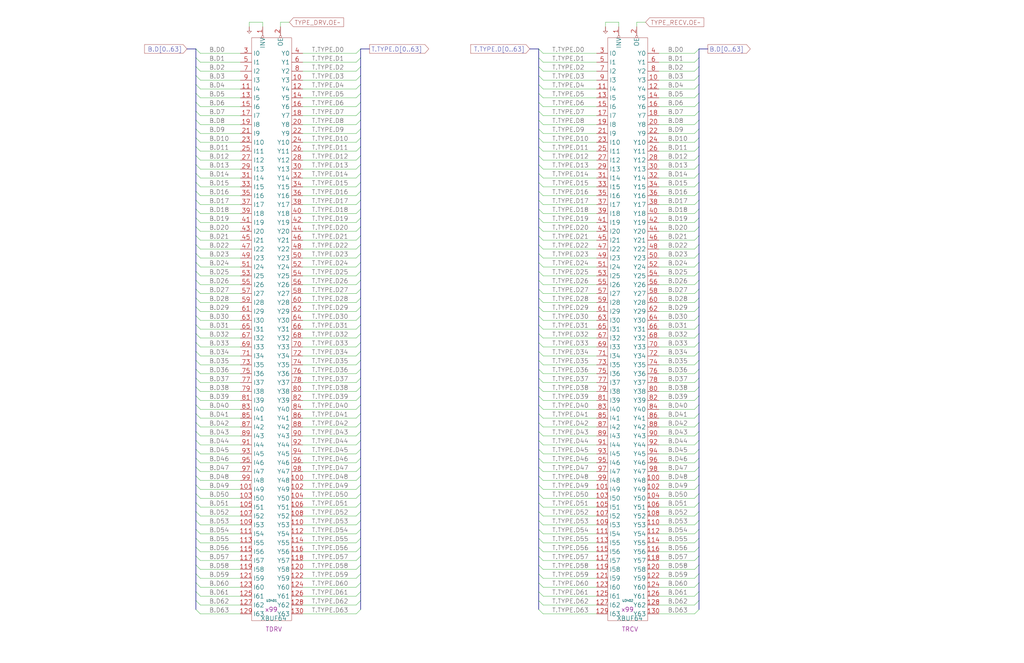
<source format=kicad_sch>
(kicad_sch (version 20230121) (generator eeschema)
  (paper "User" 584.2 378.46)
  (title_block (title "TYPE DRIVER AND RECEIVER") (date "15-MAR-90") (rev "1.0") (comment 1 "TYPE") (comment 2 "232-003062") (comment 3 "S400") (comment 4 "RELEASED"))
  (bus_entry (at 307.34 78.74) (size 2.54 2.54))
  (bus_entry (at 398.78 165.1) (size -2.54 2.54))
  (bus_entry (at 398.78 347.98) (size -2.54 2.54))
  (bus_entry (at 111.76 144.78) (size 2.54 2.54))
  (bus_entry (at 307.34 27.94) (size 2.54 2.54))
  (bus_entry (at 111.76 266.7) (size 2.54 2.54))
  (bus_entry (at 307.34 276.86) (size 2.54 2.54))
  (bus_entry (at 111.76 73.66) (size 2.54 2.54))
  (bus_entry (at 205.74 327.66) (size -2.54 2.54))
  (bus_entry (at 398.78 78.74) (size -2.54 2.54))
  (bus_entry (at 398.78 337.82) (size -2.54 2.54))
  (bus_entry (at 398.78 297.18) (size -2.54 2.54))
  (bus_entry (at 111.76 139.7) (size 2.54 2.54))
  (bus_entry (at 111.76 281.94) (size 2.54 2.54))
  (bus_entry (at 307.34 38.1) (size 2.54 2.54))
  (bus_entry (at 111.76 134.62) (size 2.54 2.54))
  (bus_entry (at 205.74 312.42) (size -2.54 2.54))
  (bus_entry (at 398.78 83.82) (size -2.54 2.54))
  (bus_entry (at 111.76 200.66) (size 2.54 2.54))
  (bus_entry (at 111.76 302.26) (size 2.54 2.54))
  (bus_entry (at 111.76 241.3) (size 2.54 2.54))
  (bus_entry (at 205.74 210.82) (size -2.54 2.54))
  (bus_entry (at 111.76 33.02) (size 2.54 2.54))
  (bus_entry (at 307.34 190.5) (size 2.54 2.54))
  (bus_entry (at 205.74 297.18) (size -2.54 2.54))
  (bus_entry (at 307.34 327.66) (size 2.54 2.54))
  (bus_entry (at 205.74 93.98) (size -2.54 2.54))
  (bus_entry (at 205.74 160.02) (size -2.54 2.54))
  (bus_entry (at 205.74 99.06) (size -2.54 2.54))
  (bus_entry (at 307.34 317.5) (size 2.54 2.54))
  (bus_entry (at 111.76 99.06) (size 2.54 2.54))
  (bus_entry (at 205.74 124.46) (size -2.54 2.54))
  (bus_entry (at 307.34 88.9) (size 2.54 2.54))
  (bus_entry (at 111.76 160.02) (size 2.54 2.54))
  (bus_entry (at 307.34 287.02) (size 2.54 2.54))
  (bus_entry (at 111.76 226.06) (size 2.54 2.54))
  (bus_entry (at 205.74 200.66) (size -2.54 2.54))
  (bus_entry (at 111.76 180.34) (size 2.54 2.54))
  (bus_entry (at 307.34 337.82) (size 2.54 2.54))
  (bus_entry (at 205.74 48.26) (size -2.54 2.54))
  (bus_entry (at 398.78 109.22) (size -2.54 2.54))
  (bus_entry (at 307.34 251.46) (size 2.54 2.54))
  (bus_entry (at 205.74 129.54) (size -2.54 2.54))
  (bus_entry (at 398.78 281.94) (size -2.54 2.54))
  (bus_entry (at 398.78 256.54) (size -2.54 2.54))
  (bus_entry (at 111.76 58.42) (size 2.54 2.54))
  (bus_entry (at 205.74 38.1) (size -2.54 2.54))
  (bus_entry (at 398.78 27.94) (size -2.54 2.54))
  (bus_entry (at 205.74 83.82) (size -2.54 2.54))
  (bus_entry (at 307.34 180.34) (size 2.54 2.54))
  (bus_entry (at 205.74 154.94) (size -2.54 2.54))
  (bus_entry (at 111.76 337.82) (size 2.54 2.54))
  (bus_entry (at 111.76 292.1) (size 2.54 2.54))
  (bus_entry (at 205.74 266.7) (size -2.54 2.54))
  (bus_entry (at 398.78 220.98) (size -2.54 2.54))
  (bus_entry (at 205.74 231.14) (size -2.54 2.54))
  (bus_entry (at 398.78 307.34) (size -2.54 2.54))
  (bus_entry (at 205.74 205.74) (size -2.54 2.54))
  (bus_entry (at 307.34 292.1) (size 2.54 2.54))
  (bus_entry (at 398.78 88.9) (size -2.54 2.54))
  (bus_entry (at 398.78 205.74) (size -2.54 2.54))
  (bus_entry (at 398.78 246.38) (size -2.54 2.54))
  (bus_entry (at 111.76 27.94) (size 2.54 2.54))
  (bus_entry (at 205.74 261.62) (size -2.54 2.54))
  (bus_entry (at 205.74 149.86) (size -2.54 2.54))
  (bus_entry (at 398.78 251.46) (size -2.54 2.54))
  (bus_entry (at 205.74 58.42) (size -2.54 2.54))
  (bus_entry (at 205.74 220.98) (size -2.54 2.54))
  (bus_entry (at 398.78 200.66) (size -2.54 2.54))
  (bus_entry (at 398.78 276.86) (size -2.54 2.54))
  (bus_entry (at 205.74 114.3) (size -2.54 2.54))
  (bus_entry (at 307.34 261.62) (size 2.54 2.54))
  (bus_entry (at 307.34 68.58) (size 2.54 2.54))
  (bus_entry (at 205.74 251.46) (size -2.54 2.54))
  (bus_entry (at 398.78 317.5) (size -2.54 2.54))
  (bus_entry (at 205.74 271.78) (size -2.54 2.54))
  (bus_entry (at 307.34 33.02) (size 2.54 2.54))
  (bus_entry (at 307.34 307.34) (size 2.54 2.54))
  (bus_entry (at 307.34 226.06) (size 2.54 2.54))
  (bus_entry (at 307.34 48.26) (size 2.54 2.54))
  (bus_entry (at 307.34 256.54) (size 2.54 2.54))
  (bus_entry (at 205.74 317.5) (size -2.54 2.54))
  (bus_entry (at 205.74 119.38) (size -2.54 2.54))
  (bus_entry (at 205.74 241.3) (size -2.54 2.54))
  (bus_entry (at 398.78 119.38) (size -2.54 2.54))
  (bus_entry (at 398.78 38.1) (size -2.54 2.54))
  (bus_entry (at 398.78 292.1) (size -2.54 2.54))
  (bus_entry (at 205.74 190.5) (size -2.54 2.54))
  (bus_entry (at 111.76 231.14) (size 2.54 2.54))
  (bus_entry (at 307.34 312.42) (size 2.54 2.54))
  (bus_entry (at 111.76 327.66) (size 2.54 2.54))
  (bus_entry (at 205.74 180.34) (size -2.54 2.54))
  (bus_entry (at 111.76 307.34) (size 2.54 2.54))
  (bus_entry (at 111.76 88.9) (size 2.54 2.54))
  (bus_entry (at 205.74 302.26) (size -2.54 2.54))
  (bus_entry (at 111.76 251.46) (size 2.54 2.54))
  (bus_entry (at 111.76 261.62) (size 2.54 2.54))
  (bus_entry (at 111.76 322.58) (size 2.54 2.54))
  (bus_entry (at 398.78 63.5) (size -2.54 2.54))
  (bus_entry (at 398.78 322.58) (size -2.54 2.54))
  (bus_entry (at 111.76 104.14) (size 2.54 2.54))
  (bus_entry (at 111.76 287.02) (size 2.54 2.54))
  (bus_entry (at 205.74 33.02) (size -2.54 2.54))
  (bus_entry (at 307.34 175.26) (size 2.54 2.54))
  (bus_entry (at 205.74 281.94) (size -2.54 2.54))
  (bus_entry (at 205.74 63.5) (size -2.54 2.54))
  (bus_entry (at 398.78 104.14) (size -2.54 2.54))
  (bus_entry (at 205.74 78.74) (size -2.54 2.54))
  (bus_entry (at 398.78 261.62) (size -2.54 2.54))
  (bus_entry (at 398.78 312.42) (size -2.54 2.54))
  (bus_entry (at 111.76 205.74) (size 2.54 2.54))
  (bus_entry (at 398.78 185.42) (size -2.54 2.54))
  (bus_entry (at 205.74 307.34) (size -2.54 2.54))
  (bus_entry (at 398.78 43.18) (size -2.54 2.54))
  (bus_entry (at 111.76 114.3) (size 2.54 2.54))
  (bus_entry (at 205.74 195.58) (size -2.54 2.54))
  (bus_entry (at 307.34 195.58) (size 2.54 2.54))
  (bus_entry (at 307.34 93.98) (size 2.54 2.54))
  (bus_entry (at 111.76 317.5) (size 2.54 2.54))
  (bus_entry (at 111.76 185.42) (size 2.54 2.54))
  (bus_entry (at 205.74 53.34) (size -2.54 2.54))
  (bus_entry (at 307.34 104.14) (size 2.54 2.54))
  (bus_entry (at 111.76 149.86) (size 2.54 2.54))
  (bus_entry (at 205.74 134.62) (size -2.54 2.54))
  (bus_entry (at 398.78 180.34) (size -2.54 2.54))
  (bus_entry (at 111.76 195.58) (size 2.54 2.54))
  (bus_entry (at 111.76 312.42) (size 2.54 2.54))
  (bus_entry (at 111.76 53.34) (size 2.54 2.54))
  (bus_entry (at 111.76 246.38) (size 2.54 2.54))
  (bus_entry (at 398.78 226.06) (size -2.54 2.54))
  (bus_entry (at 307.34 297.18) (size 2.54 2.54))
  (bus_entry (at 307.34 215.9) (size 2.54 2.54))
  (bus_entry (at 111.76 342.9) (size 2.54 2.54))
  (bus_entry (at 111.76 154.94) (size 2.54 2.54))
  (bus_entry (at 307.34 231.14) (size 2.54 2.54))
  (bus_entry (at 205.74 144.78) (size -2.54 2.54))
  (bus_entry (at 307.34 119.38) (size 2.54 2.54))
  (bus_entry (at 205.74 139.7) (size -2.54 2.54))
  (bus_entry (at 111.76 190.5) (size 2.54 2.54))
  (bus_entry (at 398.78 215.9) (size -2.54 2.54))
  (bus_entry (at 111.76 256.54) (size 2.54 2.54))
  (bus_entry (at 111.76 83.82) (size 2.54 2.54))
  (bus_entry (at 307.34 236.22) (size 2.54 2.54))
  (bus_entry (at 111.76 68.58) (size 2.54 2.54))
  (bus_entry (at 307.34 129.54) (size 2.54 2.54))
  (bus_entry (at 398.78 170.18) (size -2.54 2.54))
  (bus_entry (at 205.74 347.98) (size -2.54 2.54))
  (bus_entry (at 205.74 73.66) (size -2.54 2.54))
  (bus_entry (at 111.76 124.46) (size 2.54 2.54))
  (bus_entry (at 307.34 271.78) (size 2.54 2.54))
  (bus_entry (at 307.34 114.3) (size 2.54 2.54))
  (bus_entry (at 205.74 185.42) (size -2.54 2.54))
  (bus_entry (at 111.76 276.86) (size 2.54 2.54))
  (bus_entry (at 307.34 241.3) (size 2.54 2.54))
  (bus_entry (at 398.78 241.3) (size -2.54 2.54))
  (bus_entry (at 398.78 48.26) (size -2.54 2.54))
  (bus_entry (at 307.34 124.46) (size 2.54 2.54))
  (bus_entry (at 307.34 210.82) (size 2.54 2.54))
  (bus_entry (at 111.76 109.22) (size 2.54 2.54))
  (bus_entry (at 398.78 342.9) (size -2.54 2.54))
  (bus_entry (at 398.78 53.34) (size -2.54 2.54))
  (bus_entry (at 307.34 149.86) (size 2.54 2.54))
  (bus_entry (at 307.34 170.18) (size 2.54 2.54))
  (bus_entry (at 307.34 266.7) (size 2.54 2.54))
  (bus_entry (at 398.78 134.62) (size -2.54 2.54))
  (bus_entry (at 307.34 246.38) (size 2.54 2.54))
  (bus_entry (at 307.34 134.62) (size 2.54 2.54))
  (bus_entry (at 398.78 266.7) (size -2.54 2.54))
  (bus_entry (at 205.74 175.26) (size -2.54 2.54))
  (bus_entry (at 398.78 302.26) (size -2.54 2.54))
  (bus_entry (at 398.78 287.02) (size -2.54 2.54))
  (bus_entry (at 307.34 53.34) (size 2.54 2.54))
  (bus_entry (at 111.76 215.9) (size 2.54 2.54))
  (bus_entry (at 205.74 43.18) (size -2.54 2.54))
  (bus_entry (at 398.78 68.58) (size -2.54 2.54))
  (bus_entry (at 205.74 104.14) (size -2.54 2.54))
  (bus_entry (at 307.34 160.02) (size 2.54 2.54))
  (bus_entry (at 307.34 342.9) (size 2.54 2.54))
  (bus_entry (at 111.76 297.18) (size 2.54 2.54))
  (bus_entry (at 307.34 73.66) (size 2.54 2.54))
  (bus_entry (at 398.78 99.06) (size -2.54 2.54))
  (bus_entry (at 205.74 215.9) (size -2.54 2.54))
  (bus_entry (at 307.34 139.7) (size 2.54 2.54))
  (bus_entry (at 111.76 170.18) (size 2.54 2.54))
  (bus_entry (at 398.78 160.02) (size -2.54 2.54))
  (bus_entry (at 398.78 124.46) (size -2.54 2.54))
  (bus_entry (at 111.76 175.26) (size 2.54 2.54))
  (bus_entry (at 111.76 220.98) (size 2.54 2.54))
  (bus_entry (at 307.34 185.42) (size 2.54 2.54))
  (bus_entry (at 398.78 144.78) (size -2.54 2.54))
  (bus_entry (at 205.74 342.9) (size -2.54 2.54))
  (bus_entry (at 398.78 129.54) (size -2.54 2.54))
  (bus_entry (at 205.74 27.94) (size -2.54 2.54))
  (bus_entry (at 307.34 200.66) (size 2.54 2.54))
  (bus_entry (at 398.78 149.86) (size -2.54 2.54))
  (bus_entry (at 111.76 165.1) (size 2.54 2.54))
  (bus_entry (at 398.78 93.98) (size -2.54 2.54))
  (bus_entry (at 307.34 63.5) (size 2.54 2.54))
  (bus_entry (at 398.78 236.22) (size -2.54 2.54))
  (bus_entry (at 398.78 327.66) (size -2.54 2.54))
  (bus_entry (at 205.74 165.1) (size -2.54 2.54))
  (bus_entry (at 307.34 165.1) (size 2.54 2.54))
  (bus_entry (at 205.74 68.58) (size -2.54 2.54))
  (bus_entry (at 205.74 256.54) (size -2.54 2.54))
  (bus_entry (at 205.74 276.86) (size -2.54 2.54))
  (bus_entry (at 307.34 347.98) (size 2.54 2.54))
  (bus_entry (at 398.78 139.7) (size -2.54 2.54))
  (bus_entry (at 205.74 88.9) (size -2.54 2.54))
  (bus_entry (at 111.76 78.74) (size 2.54 2.54))
  (bus_entry (at 111.76 271.78) (size 2.54 2.54))
  (bus_entry (at 398.78 175.26) (size -2.54 2.54))
  (bus_entry (at 111.76 38.1) (size 2.54 2.54))
  (bus_entry (at 205.74 109.22) (size -2.54 2.54))
  (bus_entry (at 111.76 236.22) (size 2.54 2.54))
  (bus_entry (at 398.78 73.66) (size -2.54 2.54))
  (bus_entry (at 307.34 322.58) (size 2.54 2.54))
  (bus_entry (at 398.78 332.74) (size -2.54 2.54))
  (bus_entry (at 398.78 210.82) (size -2.54 2.54))
  (bus_entry (at 111.76 93.98) (size 2.54 2.54))
  (bus_entry (at 307.34 58.42) (size 2.54 2.54))
  (bus_entry (at 307.34 43.18) (size 2.54 2.54))
  (bus_entry (at 307.34 220.98) (size 2.54 2.54))
  (bus_entry (at 205.74 332.74) (size -2.54 2.54))
  (bus_entry (at 398.78 33.02) (size -2.54 2.54))
  (bus_entry (at 205.74 170.18) (size -2.54 2.54))
  (bus_entry (at 307.34 332.74) (size 2.54 2.54))
  (bus_entry (at 398.78 58.42) (size -2.54 2.54))
  (bus_entry (at 307.34 109.22) (size 2.54 2.54))
  (bus_entry (at 307.34 144.78) (size 2.54 2.54))
  (bus_entry (at 111.76 63.5) (size 2.54 2.54))
  (bus_entry (at 205.74 226.06) (size -2.54 2.54))
  (bus_entry (at 205.74 246.38) (size -2.54 2.54))
  (bus_entry (at 307.34 281.94) (size 2.54 2.54))
  (bus_entry (at 307.34 154.94) (size 2.54 2.54))
  (bus_entry (at 205.74 236.22) (size -2.54 2.54))
  (bus_entry (at 111.76 210.82) (size 2.54 2.54))
  (bus_entry (at 205.74 337.82) (size -2.54 2.54))
  (bus_entry (at 398.78 114.3) (size -2.54 2.54))
  (bus_entry (at 111.76 129.54) (size 2.54 2.54))
  (bus_entry (at 398.78 190.5) (size -2.54 2.54))
  (bus_entry (at 398.78 271.78) (size -2.54 2.54))
  (bus_entry (at 205.74 322.58) (size -2.54 2.54))
  (bus_entry (at 307.34 99.06) (size 2.54 2.54))
  (bus_entry (at 111.76 332.74) (size 2.54 2.54))
  (bus_entry (at 111.76 347.98) (size 2.54 2.54))
  (bus_entry (at 307.34 205.74) (size 2.54 2.54))
  (bus_entry (at 398.78 195.58) (size -2.54 2.54))
  (bus_entry (at 111.76 119.38) (size 2.54 2.54))
  (bus_entry (at 398.78 154.94) (size -2.54 2.54))
  (bus_entry (at 205.74 287.02) (size -2.54 2.54))
  (bus_entry (at 398.78 231.14) (size -2.54 2.54))
  (bus_entry (at 307.34 83.82) (size 2.54 2.54))
  (bus_entry (at 205.74 292.1) (size -2.54 2.54))
  (bus_entry (at 111.76 48.26) (size 2.54 2.54))
  (bus_entry (at 307.34 302.26) (size 2.54 2.54))
  (bus_entry (at 111.76 43.18) (size 2.54 2.54))
  (bus (pts (xy 398.78 322.58) (xy 398.78 327.66)))
  (bus (pts (xy 205.74 312.42) (xy 205.74 317.5)))
  (bus (pts (xy 111.76 165.1) (xy 111.76 170.18)))
  (bus (pts (xy 307.34 236.22) (xy 307.34 241.3)))
  (wire (pts (xy 309.88 111.76) (xy 340.36 111.76)))
  (bus (pts (xy 205.74 68.58) (xy 205.74 73.66)))
  (bus (pts (xy 205.74 180.34) (xy 205.74 185.42)))
  (bus (pts (xy 307.34 271.78) (xy 307.34 276.86)))
  (wire (pts (xy 137.16 45.72) (xy 114.3 45.72)))
  (bus (pts (xy 111.76 38.1) (xy 111.76 43.18)))
  (wire (pts (xy 309.88 96.52) (xy 340.36 96.52)))
  (bus (pts (xy 205.74 287.02) (xy 205.74 292.1)))
  (wire (pts (xy 203.2 35.56) (xy 172.72 35.56)))
  (bus (pts (xy 398.78 83.82) (xy 398.78 88.9)))
  (bus (pts (xy 111.76 302.26) (xy 111.76 307.34)))
  (wire (pts (xy 203.2 198.12) (xy 172.72 198.12)))
  (bus (pts (xy 307.34 83.82) (xy 307.34 88.9)))
  (bus (pts (xy 205.74 226.06) (xy 205.74 231.14)))
  (wire (pts (xy 137.16 325.12) (xy 114.3 325.12)))
  (bus (pts (xy 307.34 256.54) (xy 307.34 261.62)))
  (bus (pts (xy 307.34 205.74) (xy 307.34 210.82)))
  (wire (pts (xy 137.16 35.56) (xy 114.3 35.56)))
  (wire (pts (xy 309.88 187.96) (xy 340.36 187.96)))
  (wire (pts (xy 203.2 96.52) (xy 172.72 96.52)))
  (wire (pts (xy 375.92 248.92) (xy 396.24 248.92)))
  (wire (pts (xy 137.16 40.64) (xy 114.3 40.64)))
  (bus (pts (xy 111.76 144.78) (xy 111.76 149.86)))
  (wire (pts (xy 309.88 345.44) (xy 340.36 345.44)))
  (wire (pts (xy 203.2 76.2) (xy 172.72 76.2)))
  (bus (pts (xy 307.34 88.9) (xy 307.34 93.98)))
  (bus (pts (xy 111.76 200.66) (xy 111.76 205.74)))
  (wire (pts (xy 137.16 157.48) (xy 114.3 157.48)))
  (wire (pts (xy 375.92 96.52) (xy 396.24 96.52)))
  (bus (pts (xy 205.74 78.74) (xy 205.74 83.82)))
  (bus (pts (xy 307.34 287.02) (xy 307.34 292.1)))
  (bus (pts (xy 398.78 43.18) (xy 398.78 48.26)))
  (wire (pts (xy 203.2 86.36) (xy 172.72 86.36)))
  (bus (pts (xy 111.76 210.82) (xy 111.76 215.9)))
  (bus (pts (xy 307.34 43.18) (xy 307.34 48.26)))
  (wire (pts (xy 137.16 132.08) (xy 114.3 132.08)))
  (bus (pts (xy 398.78 149.86) (xy 398.78 154.94)))
  (wire (pts (xy 137.16 304.8) (xy 114.3 304.8)))
  (bus (pts (xy 205.74 302.26) (xy 205.74 307.34)))
  (bus (pts (xy 307.34 332.74) (xy 307.34 337.82)))
  (wire (pts (xy 375.92 55.88) (xy 396.24 55.88)))
  (wire (pts (xy 137.16 309.88) (xy 114.3 309.88)))
  (bus (pts (xy 205.74 93.98) (xy 205.74 99.06)))
  (wire (pts (xy 375.92 228.6) (xy 396.24 228.6)))
  (wire (pts (xy 203.2 223.52) (xy 172.72 223.52)))
  (bus (pts (xy 111.76 307.34) (xy 111.76 312.42)))
  (bus (pts (xy 398.78 292.1) (xy 398.78 297.18)))
  (bus (pts (xy 111.76 185.42) (xy 111.76 190.5)))
  (wire (pts (xy 309.88 350.52) (xy 340.36 350.52)))
  (wire (pts (xy 309.88 177.8) (xy 340.36 177.8)))
  (wire (pts (xy 137.16 111.76) (xy 114.3 111.76)))
  (wire (pts (xy 309.88 50.8) (xy 340.36 50.8)))
  (bus (pts (xy 205.74 256.54) (xy 205.74 261.62)))
  (bus (pts (xy 205.74 337.82) (xy 205.74 342.9)))
  (wire (pts (xy 137.16 208.28) (xy 114.3 208.28)))
  (wire (pts (xy 309.88 167.64) (xy 340.36 167.64)))
  (bus (pts (xy 398.78 33.02) (xy 398.78 38.1)))
  (wire (pts (xy 309.88 182.88) (xy 340.36 182.88)))
  (bus (pts (xy 307.34 312.42) (xy 307.34 317.5)))
  (wire (pts (xy 309.88 116.84) (xy 340.36 116.84)))
  (wire (pts (xy 309.88 147.32) (xy 340.36 147.32)))
  (bus (pts (xy 111.76 134.62) (xy 111.76 139.7)))
  (bus (pts (xy 205.74 124.46) (xy 205.74 129.54)))
  (bus (pts (xy 111.76 154.94) (xy 111.76 160.02)))
  (wire (pts (xy 203.2 60.96) (xy 172.72 60.96)))
  (wire (pts (xy 375.92 162.56) (xy 396.24 162.56)))
  (wire (pts (xy 375.92 30.48) (xy 396.24 30.48)))
  (wire (pts (xy 203.2 213.36) (xy 172.72 213.36)))
  (wire (pts (xy 375.92 157.48) (xy 396.24 157.48)))
  (wire (pts (xy 203.2 289.56) (xy 172.72 289.56)))
  (wire (pts (xy 375.92 203.2) (xy 396.24 203.2)))
  (wire (pts (xy 203.2 238.76) (xy 172.72 238.76)))
  (wire (pts (xy 375.92 132.08) (xy 396.24 132.08)))
  (wire (pts (xy 137.16 152.4) (xy 114.3 152.4)))
  (wire (pts (xy 375.92 101.6) (xy 396.24 101.6)))
  (wire (pts (xy 375.92 40.64) (xy 396.24 40.64)))
  (bus (pts (xy 398.78 93.98) (xy 398.78 99.06)))
  (bus (pts (xy 111.76 63.5) (xy 111.76 68.58)))
  (wire (pts (xy 137.16 162.56) (xy 114.3 162.56)))
  (bus (pts (xy 398.78 312.42) (xy 398.78 317.5)))
  (wire (pts (xy 375.92 294.64) (xy 396.24 294.64)))
  (wire (pts (xy 375.92 330.2) (xy 396.24 330.2)))
  (bus (pts (xy 307.34 220.98) (xy 307.34 226.06)))
  (wire (pts (xy 309.88 86.36) (xy 340.36 86.36)))
  (bus (pts (xy 398.78 332.74) (xy 398.78 337.82)))
  (bus (pts (xy 111.76 119.38) (xy 111.76 124.46)))
  (bus (pts (xy 398.78 63.5) (xy 398.78 68.58)))
  (bus (pts (xy 307.34 185.42) (xy 307.34 190.5)))
  (bus (pts (xy 111.76 226.06) (xy 111.76 231.14)))
  (bus (pts (xy 307.34 210.82) (xy 307.34 215.9)))
  (bus (pts (xy 307.34 149.86) (xy 307.34 154.94)))
  (wire (pts (xy 137.16 50.8) (xy 114.3 50.8)))
  (wire (pts (xy 203.2 55.88) (xy 172.72 55.88)))
  (wire (pts (xy 137.16 279.4) (xy 114.3 279.4)))
  (bus (pts (xy 398.78 220.98) (xy 398.78 226.06)))
  (wire (pts (xy 137.16 60.96) (xy 114.3 60.96)))
  (bus (pts (xy 398.78 215.9) (xy 398.78 220.98)))
  (bus (pts (xy 398.78 195.58) (xy 398.78 200.66)))
  (bus (pts (xy 111.76 261.62) (xy 111.76 266.7)))
  (wire (pts (xy 137.16 101.6) (xy 114.3 101.6)))
  (bus (pts (xy 205.74 99.06) (xy 205.74 104.14)))
  (wire (pts (xy 203.2 340.36) (xy 172.72 340.36)))
  (bus (pts (xy 403.86 27.94) (xy 398.78 27.94)))
  (bus (pts (xy 205.74 27.94) (xy 205.74 33.02)))
  (bus (pts (xy 205.74 261.62) (xy 205.74 266.7)))
  (wire (pts (xy 203.2 274.32) (xy 172.72 274.32)))
  (wire (pts (xy 137.16 254) (xy 114.3 254)))
  (wire (pts (xy 345.44 12.7) (xy 353.06 12.7)))
  (wire (pts (xy 375.92 172.72) (xy 396.24 172.72)))
  (bus (pts (xy 307.34 154.94) (xy 307.34 160.02)))
  (wire (pts (xy 137.16 55.88) (xy 114.3 55.88)))
  (wire (pts (xy 309.88 137.16) (xy 340.36 137.16)))
  (bus (pts (xy 398.78 256.54) (xy 398.78 261.62)))
  (wire (pts (xy 309.88 304.8) (xy 340.36 304.8)))
  (wire (pts (xy 137.16 66.04) (xy 114.3 66.04)))
  (bus (pts (xy 205.74 73.66) (xy 205.74 78.74)))
  (bus (pts (xy 398.78 119.38) (xy 398.78 124.46)))
  (wire (pts (xy 203.2 116.84) (xy 172.72 116.84)))
  (bus (pts (xy 398.78 165.1) (xy 398.78 170.18)))
  (bus (pts (xy 205.74 43.18) (xy 205.74 48.26)))
  (wire (pts (xy 375.92 218.44) (xy 396.24 218.44)))
  (wire (pts (xy 375.92 127) (xy 396.24 127)))
  (bus (pts (xy 111.76 241.3) (xy 111.76 246.38)))
  (wire (pts (xy 375.92 233.68) (xy 396.24 233.68)))
  (bus (pts (xy 398.78 154.94) (xy 398.78 160.02)))
  (bus (pts (xy 111.76 342.9) (xy 111.76 347.98)))
  (wire (pts (xy 375.92 91.44) (xy 396.24 91.44)))
  (bus (pts (xy 111.76 160.02) (xy 111.76 165.1)))
  (wire (pts (xy 375.92 45.72) (xy 396.24 45.72)))
  (wire (pts (xy 309.88 142.24) (xy 340.36 142.24)))
  (wire (pts (xy 309.88 152.4) (xy 340.36 152.4)))
  (bus (pts (xy 111.76 195.58) (xy 111.76 200.66)))
  (bus (pts (xy 307.34 119.38) (xy 307.34 124.46)))
  (wire (pts (xy 137.16 274.32) (xy 114.3 274.32)))
  (wire (pts (xy 203.2 106.68) (xy 172.72 106.68)))
  (wire (pts (xy 375.92 111.76) (xy 396.24 111.76)))
  (wire (pts (xy 375.92 86.36) (xy 396.24 86.36)))
  (bus (pts (xy 205.74 88.9) (xy 205.74 93.98)))
  (bus (pts (xy 205.74 149.86) (xy 205.74 154.94)))
  (bus (pts (xy 307.34 190.5) (xy 307.34 195.58)))
  (bus (pts (xy 111.76 251.46) (xy 111.76 256.54)))
  (wire (pts (xy 375.92 299.72) (xy 396.24 299.72)))
  (wire (pts (xy 309.88 127) (xy 340.36 127)))
  (bus (pts (xy 111.76 93.98) (xy 111.76 99.06)))
  (wire (pts (xy 137.16 350.52) (xy 114.3 350.52)))
  (bus (pts (xy 307.34 251.46) (xy 307.34 256.54)))
  (wire (pts (xy 375.92 182.88) (xy 396.24 182.88)))
  (bus (pts (xy 398.78 58.42) (xy 398.78 63.5)))
  (wire (pts (xy 203.2 233.68) (xy 172.72 233.68)))
  (wire (pts (xy 137.16 142.24) (xy 114.3 142.24)))
  (bus (pts (xy 398.78 327.66) (xy 398.78 332.74)))
  (bus (pts (xy 205.74 114.3) (xy 205.74 119.38)))
  (wire (pts (xy 309.88 248.92) (xy 340.36 248.92)))
  (wire (pts (xy 137.16 218.44) (xy 114.3 218.44)))
  (bus (pts (xy 398.78 48.26) (xy 398.78 53.34)))
  (bus (pts (xy 205.74 220.98) (xy 205.74 226.06)))
  (bus (pts (xy 307.34 231.14) (xy 307.34 236.22)))
  (wire (pts (xy 375.92 116.84) (xy 396.24 116.84)))
  (bus (pts (xy 398.78 205.74) (xy 398.78 210.82)))
  (wire (pts (xy 203.2 182.88) (xy 172.72 182.88)))
  (bus (pts (xy 307.34 337.82) (xy 307.34 342.9)))
  (bus (pts (xy 398.78 337.82) (xy 398.78 342.9)))
  (wire (pts (xy 137.16 81.28) (xy 114.3 81.28)))
  (wire (pts (xy 203.2 294.64) (xy 172.72 294.64)))
  (wire (pts (xy 137.16 340.36) (xy 114.3 340.36)))
  (wire (pts (xy 375.92 208.28) (xy 396.24 208.28)))
  (bus (pts (xy 205.74 195.58) (xy 205.74 200.66)))
  (bus (pts (xy 205.74 266.7) (xy 205.74 271.78)))
  (bus (pts (xy 307.34 124.46) (xy 307.34 129.54)))
  (wire (pts (xy 203.2 203.2) (xy 172.72 203.2)))
  (wire (pts (xy 309.88 284.48) (xy 340.36 284.48)))
  (bus (pts (xy 307.34 109.22) (xy 307.34 114.3)))
  (bus (pts (xy 307.34 342.9) (xy 307.34 347.98)))
  (wire (pts (xy 309.88 60.96) (xy 340.36 60.96)))
  (bus (pts (xy 307.34 307.34) (xy 307.34 312.42)))
  (wire (pts (xy 137.16 213.36) (xy 114.3 213.36)))
  (bus (pts (xy 307.34 63.5) (xy 307.34 68.58)))
  (bus (pts (xy 398.78 134.62) (xy 398.78 139.7)))
  (wire (pts (xy 309.88 233.68) (xy 340.36 233.68)))
  (wire (pts (xy 309.88 309.88) (xy 340.36 309.88)))
  (bus (pts (xy 398.78 53.34) (xy 398.78 58.42)))
  (wire (pts (xy 309.88 193.04) (xy 340.36 193.04)))
  (wire (pts (xy 375.92 147.32) (xy 396.24 147.32)))
  (bus (pts (xy 111.76 78.74) (xy 111.76 83.82)))
  (bus (pts (xy 307.34 246.38) (xy 307.34 251.46)))
  (bus (pts (xy 398.78 246.38) (xy 398.78 251.46)))
  (bus (pts (xy 307.34 134.62) (xy 307.34 139.7)))
  (bus (pts (xy 307.34 160.02) (xy 307.34 165.1)))
  (wire (pts (xy 375.92 279.4) (xy 396.24 279.4)))
  (bus (pts (xy 205.74 139.7) (xy 205.74 144.78)))
  (wire (pts (xy 309.88 55.88) (xy 340.36 55.88)))
  (wire (pts (xy 203.2 127) (xy 172.72 127)))
  (bus (pts (xy 111.76 114.3) (xy 111.76 119.38)))
  (bus (pts (xy 111.76 149.86) (xy 111.76 154.94)))
  (bus (pts (xy 205.74 175.26) (xy 205.74 180.34)))
  (wire (pts (xy 309.88 157.48) (xy 340.36 157.48)))
  (wire (pts (xy 137.16 233.68) (xy 114.3 233.68)))
  (bus (pts (xy 307.34 266.7) (xy 307.34 271.78)))
  (wire (pts (xy 203.2 228.6) (xy 172.72 228.6)))
  (bus (pts (xy 205.74 160.02) (xy 205.74 165.1)))
  (wire (pts (xy 137.16 127) (xy 114.3 127)))
  (wire (pts (xy 137.16 96.52) (xy 114.3 96.52)))
  (wire (pts (xy 375.92 35.56) (xy 396.24 35.56)))
  (wire (pts (xy 203.2 157.48) (xy 172.72 157.48)))
  (wire (pts (xy 203.2 121.92) (xy 172.72 121.92)))
  (bus (pts (xy 111.76 256.54) (xy 111.76 261.62)))
  (wire (pts (xy 137.16 76.2) (xy 114.3 76.2)))
  (bus (pts (xy 205.74 154.94) (xy 205.74 160.02)))
  (wire (pts (xy 309.88 172.72) (xy 340.36 172.72)))
  (bus (pts (xy 111.76 322.58) (xy 111.76 327.66)))
  (wire (pts (xy 375.92 50.8) (xy 396.24 50.8)))
  (bus (pts (xy 111.76 205.74) (xy 111.76 210.82)))
  (bus (pts (xy 398.78 342.9) (xy 398.78 347.98)))
  (bus (pts (xy 111.76 139.7) (xy 111.76 144.78)))
  (wire (pts (xy 309.88 243.84) (xy 340.36 243.84)))
  (wire (pts (xy 137.16 259.08) (xy 114.3 259.08)))
  (bus (pts (xy 111.76 33.02) (xy 111.76 38.1)))
  (wire (pts (xy 149.86 12.7) (xy 149.86 15.24)))
  (bus (pts (xy 307.34 129.54) (xy 307.34 134.62)))
  (wire (pts (xy 203.2 208.28) (xy 172.72 208.28)))
  (bus (pts (xy 205.74 63.5) (xy 205.74 68.58)))
  (wire (pts (xy 375.92 167.64) (xy 396.24 167.64)))
  (bus (pts (xy 205.74 292.1) (xy 205.74 297.18)))
  (bus (pts (xy 398.78 236.22) (xy 398.78 241.3)))
  (bus (pts (xy 307.34 302.26) (xy 307.34 307.34)))
  (wire (pts (xy 309.88 335.28) (xy 340.36 335.28)))
  (wire (pts (xy 137.16 172.72) (xy 114.3 172.72)))
  (wire (pts (xy 309.88 223.52) (xy 340.36 223.52)))
  (wire (pts (xy 137.16 182.88) (xy 114.3 182.88)))
  (bus (pts (xy 205.74 33.02) (xy 205.74 38.1)))
  (wire (pts (xy 309.88 213.36) (xy 340.36 213.36)))
  (bus (pts (xy 205.74 297.18) (xy 205.74 302.26)))
  (wire (pts (xy 203.2 71.12) (xy 172.72 71.12)))
  (bus (pts (xy 210.82 27.94) (xy 205.74 27.94)))
  (bus (pts (xy 111.76 190.5) (xy 111.76 195.58)))
  (wire (pts (xy 309.88 71.12) (xy 340.36 71.12)))
  (bus (pts (xy 398.78 287.02) (xy 398.78 292.1)))
  (bus (pts (xy 307.34 322.58) (xy 307.34 327.66)))
  (bus (pts (xy 398.78 175.26) (xy 398.78 180.34)))
  (wire (pts (xy 345.44 15.24) (xy 345.44 12.7)))
  (bus (pts (xy 111.76 58.42) (xy 111.76 63.5)))
  (wire (pts (xy 375.92 284.48) (xy 396.24 284.48)))
  (wire (pts (xy 375.92 137.16) (xy 396.24 137.16)))
  (wire (pts (xy 160.02 12.7) (xy 160.02 15.24)))
  (wire (pts (xy 309.88 299.72) (xy 340.36 299.72)))
  (bus (pts (xy 106.68 27.94) (xy 111.76 27.94)))
  (bus (pts (xy 398.78 114.3) (xy 398.78 119.38)))
  (wire (pts (xy 137.16 289.56) (xy 114.3 289.56)))
  (wire (pts (xy 375.92 289.56) (xy 396.24 289.56)))
  (bus (pts (xy 398.78 302.26) (xy 398.78 307.34)))
  (wire (pts (xy 309.88 162.56) (xy 340.36 162.56)))
  (bus (pts (xy 111.76 175.26) (xy 111.76 180.34)))
  (bus (pts (xy 307.34 93.98) (xy 307.34 99.06)))
  (bus (pts (xy 111.76 124.46) (xy 111.76 129.54)))
  (wire (pts (xy 203.2 193.04) (xy 172.72 193.04)))
  (wire (pts (xy 375.92 320.04) (xy 396.24 320.04)))
  (wire (pts (xy 375.92 121.92) (xy 396.24 121.92)))
  (wire (pts (xy 137.16 330.2) (xy 114.3 330.2)))
  (wire (pts (xy 309.88 254) (xy 340.36 254)))
  (bus (pts (xy 205.74 185.42) (xy 205.74 190.5)))
  (wire (pts (xy 137.16 203.2) (xy 114.3 203.2)))
  (wire (pts (xy 203.2 350.52) (xy 172.72 350.52)))
  (bus (pts (xy 307.34 104.14) (xy 307.34 109.22)))
  (wire (pts (xy 203.2 187.96) (xy 172.72 187.96)))
  (wire (pts (xy 137.16 71.12) (xy 114.3 71.12)))
  (wire (pts (xy 142.24 15.24) (xy 142.24 12.7)))
  (bus (pts (xy 111.76 83.82) (xy 111.76 88.9)))
  (wire (pts (xy 309.88 35.56) (xy 340.36 35.56)))
  (wire (pts (xy 375.92 259.08) (xy 396.24 259.08)))
  (bus (pts (xy 398.78 271.78) (xy 398.78 276.86)))
  (wire (pts (xy 203.2 152.4) (xy 172.72 152.4)))
  (wire (pts (xy 375.92 213.36) (xy 396.24 213.36)))
  (wire (pts (xy 309.88 203.2) (xy 340.36 203.2)))
  (bus (pts (xy 111.76 266.7) (xy 111.76 271.78)))
  (bus (pts (xy 302.26 27.94) (xy 307.34 27.94)))
  (wire (pts (xy 375.92 335.28) (xy 396.24 335.28)))
  (bus (pts (xy 398.78 261.62) (xy 398.78 266.7)))
  (wire (pts (xy 203.2 167.64) (xy 172.72 167.64)))
  (bus (pts (xy 307.34 170.18) (xy 307.34 175.26)))
  (wire (pts (xy 137.16 193.04) (xy 114.3 193.04)))
  (bus (pts (xy 111.76 271.78) (xy 111.76 276.86)))
  (bus (pts (xy 205.74 241.3) (xy 205.74 246.38)))
  (bus (pts (xy 205.74 134.62) (xy 205.74 139.7)))
  (wire (pts (xy 309.88 132.08) (xy 340.36 132.08)))
  (wire (pts (xy 203.2 91.44) (xy 172.72 91.44)))
  (wire (pts (xy 137.16 137.16) (xy 114.3 137.16)))
  (bus (pts (xy 307.34 327.66) (xy 307.34 332.74)))
  (bus (pts (xy 205.74 129.54) (xy 205.74 134.62)))
  (wire (pts (xy 375.92 269.24) (xy 396.24 269.24)))
  (wire (pts (xy 203.2 279.4) (xy 172.72 279.4)))
  (wire (pts (xy 203.2 335.28) (xy 172.72 335.28)))
  (wire (pts (xy 375.92 238.76) (xy 396.24 238.76)))
  (bus (pts (xy 205.74 281.94) (xy 205.74 287.02)))
  (bus (pts (xy 111.76 276.86) (xy 111.76 281.94)))
  (wire (pts (xy 137.16 30.48) (xy 114.3 30.48)))
  (wire (pts (xy 375.92 340.36) (xy 396.24 340.36)))
  (bus (pts (xy 398.78 73.66) (xy 398.78 78.74)))
  (wire (pts (xy 165.1 12.7) (xy 160.02 12.7)))
  (bus (pts (xy 398.78 99.06) (xy 398.78 104.14)))
  (bus (pts (xy 398.78 297.18) (xy 398.78 302.26)))
  (wire (pts (xy 309.88 269.24) (xy 340.36 269.24)))
  (wire (pts (xy 309.88 198.12) (xy 340.36 198.12)))
  (wire (pts (xy 375.92 76.2) (xy 396.24 76.2)))
  (bus (pts (xy 307.34 139.7) (xy 307.34 144.78)))
  (bus (pts (xy 205.74 251.46) (xy 205.74 256.54)))
  (bus (pts (xy 111.76 88.9) (xy 111.76 93.98)))
  (wire (pts (xy 203.2 314.96) (xy 172.72 314.96)))
  (wire (pts (xy 203.2 40.64) (xy 172.72 40.64)))
  (wire (pts (xy 203.2 101.6) (xy 172.72 101.6)))
  (wire (pts (xy 137.16 345.44) (xy 114.3 345.44)))
  (wire (pts (xy 375.92 106.68) (xy 396.24 106.68)))
  (wire (pts (xy 203.2 142.24) (xy 172.72 142.24)))
  (bus (pts (xy 398.78 109.22) (xy 398.78 114.3)))
  (bus (pts (xy 205.74 276.86) (xy 205.74 281.94)))
  (wire (pts (xy 203.2 111.76) (xy 172.72 111.76)))
  (bus (pts (xy 307.34 114.3) (xy 307.34 119.38)))
  (wire (pts (xy 203.2 137.16) (xy 172.72 137.16)))
  (wire (pts (xy 203.2 50.8) (xy 172.72 50.8)))
  (wire (pts (xy 309.88 320.04) (xy 340.36 320.04)))
  (bus (pts (xy 205.74 48.26) (xy 205.74 53.34)))
  (wire (pts (xy 137.16 284.48) (xy 114.3 284.48)))
  (wire (pts (xy 203.2 81.28) (xy 172.72 81.28)))
  (bus (pts (xy 205.74 144.78) (xy 205.74 149.86)))
  (bus (pts (xy 205.74 170.18) (xy 205.74 175.26)))
  (wire (pts (xy 137.16 264.16) (xy 114.3 264.16)))
  (bus (pts (xy 307.34 180.34) (xy 307.34 185.42)))
  (wire (pts (xy 203.2 254) (xy 172.72 254)))
  (bus (pts (xy 398.78 180.34) (xy 398.78 185.42)))
  (wire (pts (xy 137.16 320.04) (xy 114.3 320.04)))
  (bus (pts (xy 111.76 327.66) (xy 111.76 332.74)))
  (wire (pts (xy 309.88 76.2) (xy 340.36 76.2)))
  (wire (pts (xy 137.16 121.92) (xy 114.3 121.92)))
  (bus (pts (xy 398.78 104.14) (xy 398.78 109.22)))
  (wire (pts (xy 375.92 325.12) (xy 396.24 325.12)))
  (wire (pts (xy 203.2 269.24) (xy 172.72 269.24)))
  (bus (pts (xy 398.78 139.7) (xy 398.78 144.78)))
  (wire (pts (xy 137.16 147.32) (xy 114.3 147.32)))
  (bus (pts (xy 398.78 210.82) (xy 398.78 215.9)))
  (wire (pts (xy 203.2 299.72) (xy 172.72 299.72)))
  (bus (pts (xy 111.76 73.66) (xy 111.76 78.74)))
  (wire (pts (xy 309.88 101.6) (xy 340.36 101.6)))
  (bus (pts (xy 205.74 109.22) (xy 205.74 114.3)))
  (bus (pts (xy 307.34 165.1) (xy 307.34 170.18)))
  (wire (pts (xy 309.88 259.08) (xy 340.36 259.08)))
  (bus (pts (xy 398.78 317.5) (xy 398.78 322.58)))
  (wire (pts (xy 309.88 228.6) (xy 340.36 228.6)))
  (wire (pts (xy 203.2 264.16) (xy 172.72 264.16)))
  (bus (pts (xy 307.34 281.94) (xy 307.34 287.02)))
  (wire (pts (xy 137.16 223.52) (xy 114.3 223.52)))
  (bus (pts (xy 398.78 160.02) (xy 398.78 165.1)))
  (wire (pts (xy 203.2 172.72) (xy 172.72 172.72)))
  (wire (pts (xy 137.16 238.76) (xy 114.3 238.76)))
  (wire (pts (xy 375.92 60.96) (xy 396.24 60.96)))
  (wire (pts (xy 375.92 345.44) (xy 396.24 345.44)))
  (bus (pts (xy 307.34 73.66) (xy 307.34 78.74)))
  (wire (pts (xy 137.16 106.68) (xy 114.3 106.68)))
  (bus (pts (xy 307.34 261.62) (xy 307.34 266.7)))
  (wire (pts (xy 309.88 279.4) (xy 340.36 279.4)))
  (bus (pts (xy 205.74 332.74) (xy 205.74 337.82)))
  (wire (pts (xy 137.16 228.6) (xy 114.3 228.6)))
  (wire (pts (xy 309.88 30.48) (xy 340.36 30.48)))
  (bus (pts (xy 111.76 297.18) (xy 111.76 302.26)))
  (wire (pts (xy 203.2 248.92) (xy 172.72 248.92)))
  (wire (pts (xy 375.92 223.52) (xy 396.24 223.52)))
  (wire (pts (xy 375.92 81.28) (xy 396.24 81.28)))
  (bus (pts (xy 205.74 322.58) (xy 205.74 327.66)))
  (bus (pts (xy 307.34 33.02) (xy 307.34 38.1)))
  (bus (pts (xy 307.34 317.5) (xy 307.34 322.58)))
  (wire (pts (xy 137.16 177.8) (xy 114.3 177.8)))
  (bus (pts (xy 111.76 231.14) (xy 111.76 236.22)))
  (wire (pts (xy 137.16 167.64) (xy 114.3 167.64)))
  (bus (pts (xy 205.74 205.74) (xy 205.74 210.82)))
  (wire (pts (xy 309.88 218.44) (xy 340.36 218.44)))
  (wire (pts (xy 375.92 198.12) (xy 396.24 198.12)))
  (bus (pts (xy 205.74 38.1) (xy 205.74 43.18)))
  (wire (pts (xy 375.92 142.24) (xy 396.24 142.24)))
  (bus (pts (xy 205.74 165.1) (xy 205.74 170.18)))
  (wire (pts (xy 203.2 330.2) (xy 172.72 330.2)))
  (wire (pts (xy 309.88 340.36) (xy 340.36 340.36)))
  (wire (pts (xy 203.2 30.48) (xy 172.72 30.48)))
  (bus (pts (xy 398.78 38.1) (xy 398.78 43.18)))
  (bus (pts (xy 398.78 241.3) (xy 398.78 246.38)))
  (wire (pts (xy 309.88 330.2) (xy 340.36 330.2)))
  (bus (pts (xy 111.76 53.34) (xy 111.76 58.42)))
  (bus (pts (xy 307.34 297.18) (xy 307.34 302.26)))
  (bus (pts (xy 398.78 129.54) (xy 398.78 134.62)))
  (wire (pts (xy 375.92 71.12) (xy 396.24 71.12)))
  (bus (pts (xy 307.34 53.34) (xy 307.34 58.42)))
  (wire (pts (xy 203.2 45.72) (xy 172.72 45.72)))
  (wire (pts (xy 309.88 40.64) (xy 340.36 40.64)))
  (bus (pts (xy 307.34 226.06) (xy 307.34 231.14)))
  (wire (pts (xy 375.92 66.04) (xy 396.24 66.04)))
  (bus (pts (xy 205.74 215.9) (xy 205.74 220.98)))
  (bus (pts (xy 111.76 337.82) (xy 111.76 342.9)))
  (wire (pts (xy 375.92 177.8) (xy 396.24 177.8)))
  (bus (pts (xy 205.74 200.66) (xy 205.74 205.74)))
  (bus (pts (xy 307.34 58.42) (xy 307.34 63.5)))
  (bus (pts (xy 398.78 231.14) (xy 398.78 236.22)))
  (wire (pts (xy 137.16 187.96) (xy 114.3 187.96)))
  (bus (pts (xy 111.76 48.26) (xy 111.76 53.34)))
  (bus (pts (xy 307.34 27.94) (xy 307.34 33.02)))
  (wire (pts (xy 137.16 314.96) (xy 114.3 314.96)))
  (wire (pts (xy 137.16 243.84) (xy 114.3 243.84)))
  (wire (pts (xy 309.88 208.28) (xy 340.36 208.28)))
  (bus (pts (xy 205.74 58.42) (xy 205.74 63.5)))
  (bus (pts (xy 307.34 241.3) (xy 307.34 246.38)))
  (wire (pts (xy 375.92 304.8) (xy 396.24 304.8)))
  (bus (pts (xy 111.76 292.1) (xy 111.76 297.18)))
  (wire (pts (xy 375.92 309.88) (xy 396.24 309.88)))
  (bus (pts (xy 307.34 99.06) (xy 307.34 104.14)))
  (bus (pts (xy 111.76 104.14) (xy 111.76 109.22)))
  (wire (pts (xy 309.88 66.04) (xy 340.36 66.04)))
  (bus (pts (xy 205.74 53.34) (xy 205.74 58.42)))
  (bus (pts (xy 111.76 27.94) (xy 111.76 33.02)))
  (bus (pts (xy 111.76 180.34) (xy 111.76 185.42)))
  (bus (pts (xy 398.78 185.42) (xy 398.78 190.5)))
  (bus (pts (xy 398.78 124.46) (xy 398.78 129.54)))
  (bus (pts (xy 111.76 99.06) (xy 111.76 104.14)))
  (wire (pts (xy 137.16 248.92) (xy 114.3 248.92)))
  (bus (pts (xy 205.74 327.66) (xy 205.74 332.74)))
  (wire (pts (xy 137.16 335.28) (xy 114.3 335.28)))
  (bus (pts (xy 111.76 287.02) (xy 111.76 292.1)))
  (wire (pts (xy 203.2 162.56) (xy 172.72 162.56)))
  (bus (pts (xy 307.34 78.74) (xy 307.34 83.82)))
  (bus (pts (xy 205.74 83.82) (xy 205.74 88.9)))
  (bus (pts (xy 111.76 43.18) (xy 111.76 48.26)))
  (wire (pts (xy 203.2 309.88) (xy 172.72 309.88)))
  (bus (pts (xy 398.78 27.94) (xy 398.78 33.02)))
  (wire (pts (xy 203.2 218.44) (xy 172.72 218.44)))
  (bus (pts (xy 398.78 88.9) (xy 398.78 93.98)))
  (wire (pts (xy 203.2 243.84) (xy 172.72 243.84)))
  (wire (pts (xy 309.88 264.16) (xy 340.36 264.16)))
  (bus (pts (xy 307.34 195.58) (xy 307.34 200.66)))
  (bus (pts (xy 398.78 226.06) (xy 398.78 231.14)))
  (wire (pts (xy 309.88 289.56) (xy 340.36 289.56)))
  (bus (pts (xy 398.78 78.74) (xy 398.78 83.82)))
  (wire (pts (xy 203.2 320.04) (xy 172.72 320.04)))
  (bus (pts (xy 205.74 271.78) (xy 205.74 276.86)))
  (wire (pts (xy 137.16 198.12) (xy 114.3 198.12)))
  (wire (pts (xy 375.92 193.04) (xy 396.24 193.04)))
  (bus (pts (xy 307.34 48.26) (xy 307.34 53.34)))
  (bus (pts (xy 205.74 104.14) (xy 205.74 109.22)))
  (wire (pts (xy 309.88 45.72) (xy 340.36 45.72)))
  (bus (pts (xy 111.76 129.54) (xy 111.76 134.62)))
  (bus (pts (xy 398.78 68.58) (xy 398.78 73.66)))
  (bus (pts (xy 205.74 119.38) (xy 205.74 124.46)))
  (bus (pts (xy 111.76 220.98) (xy 111.76 226.06)))
  (wire (pts (xy 137.16 86.36) (xy 114.3 86.36)))
  (wire (pts (xy 137.16 91.44) (xy 114.3 91.44)))
  (bus (pts (xy 205.74 236.22) (xy 205.74 241.3)))
  (wire (pts (xy 203.2 147.32) (xy 172.72 147.32)))
  (bus (pts (xy 111.76 109.22) (xy 111.76 114.3)))
  (bus (pts (xy 111.76 317.5) (xy 111.76 322.58)))
  (wire (pts (xy 309.88 106.68) (xy 340.36 106.68)))
  (wire (pts (xy 137.16 294.64) (xy 114.3 294.64)))
  (bus (pts (xy 307.34 38.1) (xy 307.34 43.18)))
  (bus (pts (xy 398.78 281.94) (xy 398.78 287.02)))
  (wire (pts (xy 309.88 294.64) (xy 340.36 294.64)))
  (bus (pts (xy 398.78 251.46) (xy 398.78 256.54)))
  (bus (pts (xy 398.78 190.5) (xy 398.78 195.58)))
  (wire (pts (xy 363.22 12.7) (xy 363.22 15.24)))
  (bus (pts (xy 398.78 144.78) (xy 398.78 149.86)))
  (bus (pts (xy 307.34 200.66) (xy 307.34 205.74)))
  (bus (pts (xy 111.76 312.42) (xy 111.76 317.5)))
  (bus (pts (xy 307.34 175.26) (xy 307.34 180.34)))
  (bus (pts (xy 111.76 170.18) (xy 111.76 175.26)))
  (wire (pts (xy 368.3 12.7) (xy 363.22 12.7)))
  (wire (pts (xy 203.2 345.44) (xy 172.72 345.44)))
  (wire (pts (xy 375.92 254) (xy 396.24 254)))
  (wire (pts (xy 309.88 238.76) (xy 340.36 238.76)))
  (wire (pts (xy 375.92 152.4) (xy 396.24 152.4)))
  (wire (pts (xy 137.16 116.84) (xy 114.3 116.84)))
  (wire (pts (xy 203.2 132.08) (xy 172.72 132.08)))
  (bus (pts (xy 398.78 200.66) (xy 398.78 205.74)))
  (wire (pts (xy 203.2 304.8) (xy 172.72 304.8)))
  (wire (pts (xy 375.92 314.96) (xy 396.24 314.96)))
  (wire (pts (xy 142.24 12.7) (xy 149.86 12.7)))
  (wire (pts (xy 203.2 259.08) (xy 172.72 259.08)))
  (bus (pts (xy 205.74 317.5) (xy 205.74 322.58)))
  (bus (pts (xy 398.78 266.7) (xy 398.78 271.78)))
  (bus (pts (xy 398.78 170.18) (xy 398.78 175.26)))
  (wire (pts (xy 203.2 177.8) (xy 172.72 177.8)))
  (wire (pts (xy 203.2 325.12) (xy 172.72 325.12)))
  (wire (pts (xy 309.88 314.96) (xy 340.36 314.96)))
  (bus (pts (xy 111.76 215.9) (xy 111.76 220.98)))
  (wire (pts (xy 203.2 284.48) (xy 172.72 284.48)))
  (bus (pts (xy 205.74 342.9) (xy 205.74 347.98)))
  (bus (pts (xy 205.74 210.82) (xy 205.74 215.9)))
  (bus (pts (xy 307.34 292.1) (xy 307.34 297.18)))
  (bus (pts (xy 307.34 276.86) (xy 307.34 281.94)))
  (wire (pts (xy 203.2 66.04) (xy 172.72 66.04)))
  (bus (pts (xy 398.78 276.86) (xy 398.78 281.94)))
  (bus (pts (xy 307.34 144.78) (xy 307.34 149.86)))
  (wire (pts (xy 309.88 121.92) (xy 340.36 121.92)))
  (bus (pts (xy 205.74 231.14) (xy 205.74 236.22)))
  (bus (pts (xy 205.74 246.38) (xy 205.74 251.46)))
  (bus (pts (xy 111.76 281.94) (xy 111.76 287.02)))
  (bus (pts (xy 111.76 68.58) (xy 111.76 73.66)))
  (wire (pts (xy 309.88 81.28) (xy 340.36 81.28)))
  (bus (pts (xy 307.34 68.58) (xy 307.34 73.66)))
  (wire (pts (xy 375.92 274.32) (xy 396.24 274.32)))
  (wire (pts (xy 137.16 299.72) (xy 114.3 299.72)))
  (wire (pts (xy 375.92 264.16) (xy 396.24 264.16)))
  (wire (pts (xy 375.92 187.96) (xy 396.24 187.96)))
  (wire (pts (xy 309.88 91.44) (xy 340.36 91.44)))
  (wire (pts (xy 137.16 269.24) (xy 114.3 269.24)))
  (bus (pts (xy 111.76 236.22) (xy 111.76 241.3)))
  (wire (pts (xy 375.92 350.52) (xy 396.24 350.52)))
  (bus (pts (xy 398.78 307.34) (xy 398.78 312.42)))
  (wire (pts (xy 309.88 274.32) (xy 340.36 274.32)))
  (wire (pts (xy 375.92 243.84) (xy 396.24 243.84)))
  (bus (pts (xy 205.74 190.5) (xy 205.74 195.58)))
  (bus (pts (xy 111.76 332.74) (xy 111.76 337.82)))
  (bus (pts (xy 205.74 307.34) (xy 205.74 312.42)))
  (bus (pts (xy 307.34 215.9) (xy 307.34 220.98)))
  (bus (pts (xy 111.76 246.38) (xy 111.76 251.46)))
  (wire (pts (xy 309.88 325.12) (xy 340.36 325.12)))
  (wire (pts (xy 353.06 12.7) (xy 353.06 15.24)))
  (label "T.TYPE.D34" (at 314.96 203.2 0) (effects (font (size 2.54 2.54))))
  (label "B.D47" (at 119.38 269.24 0) (effects (font (size 2.54 2.54))))
  (label "B.D35" (at 119.38 208.28 0) (effects (font (size 2.54 2.54))))
  (label "B.D41" (at 119.38 238.76 0) (effects (font (size 2.54 2.54))))
  (label "B.D25" (at 381 157.48 0) (effects (font (size 2.54 2.54))))
  (label "T.TYPE.D43" (at 314.96 248.92 0) (effects (font (size 2.54 2.54))))
  (label "T.TYPE.D48" (at 177.8 274.32 0) (effects (font (size 2.54 2.54))))
  (label "B.D18" (at 381 121.92 0) (effects (font (size 2.54 2.54))))
  (label "B.D13" (at 119.38 96.52 0) (effects (font (size 2.54 2.54))))
  (label "T.TYPE.D53" (at 177.8 299.72 0) (effects (font (size 2.54 2.54))))
  (label "T.TYPE.D45" (at 314.96 259.08 0) (effects (font (size 2.54 2.54))))
  (label "B.D57" (at 381 320.04 0) (effects (font (size 2.54 2.54))))
  (label "T.TYPE.D17" (at 177.8 116.84 0) (effects (font (size 2.54 2.54))))
  (label "B.D29" (at 119.38 177.8 0) (effects (font (size 2.54 2.54))))
  (label "B.D8" (at 119.38 71.12 0) (effects (font (size 2.54 2.54))))
  (label "B.D33" (at 381 198.12 0) (effects (font (size 2.54 2.54))))
  (label "T.TYPE.D11" (at 177.8 86.36 0) (effects (font (size 2.54 2.54))))
  (label "B.D56" (at 119.38 314.96 0) (effects (font (size 2.54 2.54))))
  (label "T.TYPE.D48" (at 314.96 274.32 0) (effects (font (size 2.54 2.54))))
  (label "T.TYPE.D20" (at 177.8 132.08 0) (effects (font (size 2.54 2.54))))
  (label "B.D59" (at 119.38 330.2 0) (effects (font (size 2.54 2.54))))
  (label "B.D55" (at 381 309.88 0) (effects (font (size 2.54 2.54))))
  (label "B.D42" (at 381 243.84 0) (effects (font (size 2.54 2.54))))
  (label "B.D30" (at 119.38 182.88 0) (effects (font (size 2.54 2.54))))
  (label "T.TYPE.D4" (at 177.8 50.8 0) (effects (font (size 2.54 2.54))))
  (label "T.TYPE.D52" (at 177.8 294.64 0) (effects (font (size 2.54 2.54))))
  (label "B.D36" (at 119.38 213.36 0) (effects (font (size 2.54 2.54))))
  (label "B.D62" (at 119.38 345.44 0) (effects (font (size 2.54 2.54))))
  (label "T.TYPE.D8" (at 314.96 71.12 0) (effects (font (size 2.54 2.54))))
  (label "T.TYPE.D56" (at 314.96 314.96 0) (effects (font (size 2.54 2.54))))
  (label "B.D4" (at 119.38 50.8 0) (effects (font (size 2.54 2.54))))
  (label "B.D53" (at 119.38 299.72 0) (effects (font (size 2.54 2.54))))
  (label "B.D50" (at 119.38 284.48 0) (effects (font (size 2.54 2.54))))
  (label "B.D57" (at 119.38 320.04 0) (effects (font (size 2.54 2.54))))
  (label "T.TYPE.D2" (at 177.8 40.64 0) (effects (font (size 2.54 2.54))))
  (label "T.TYPE.D0" (at 314.96 30.48 0) (effects (font (size 2.54 2.54))))
  (label "T.TYPE.D45" (at 177.8 259.08 0) (effects (font (size 2.54 2.54))))
  (label "B.D42" (at 119.38 243.84 0) (effects (font (size 2.54 2.54))))
  (label "T.TYPE.D41" (at 314.96 238.76 0) (effects (font (size 2.54 2.54))))
  (label "T.TYPE.D9" (at 177.8 76.2 0) (effects (font (size 2.54 2.54))))
  (label "T.TYPE.D47" (at 177.8 269.24 0) (effects (font (size 2.54 2.54))))
  (label "B.D47" (at 381 269.24 0) (effects (font (size 2.54 2.54))))
  (label "T.TYPE.D20" (at 314.96 132.08 0) (effects (font (size 2.54 2.54))))
  (label "T.TYPE.D40" (at 177.8 233.68 0) (effects (font (size 2.54 2.54))))
  (label "T.TYPE.D55" (at 314.96 309.88 0) (effects (font (size 2.54 2.54))))
  (label "T.TYPE.D3" (at 177.8 45.72 0) (effects (font (size 2.54 2.54))))
  (label "B.D43" (at 381 248.92 0) (effects (font (size 2.54 2.54))))
  (label "T.TYPE.D52" (at 314.96 294.64 0) (effects (font (size 2.54 2.54))))
  (label "T.TYPE.D60" (at 177.8 335.28 0) (effects (font (size 2.54 2.54))))
  (label "T.TYPE.D59" (at 177.8 330.2 0) (effects (font (size 2.54 2.54))))
  (label "B.D41" (at 381 238.76 0) (effects (font (size 2.54 2.54))))
  (label "B.D37" (at 119.38 218.44 0) (effects (font (size 2.54 2.54))))
  (label "B.D16" (at 381 111.76 0) (effects (font (size 2.54 2.54))))
  (label "T.TYPE.D33" (at 314.96 198.12 0) (effects (font (size 2.54 2.54))))
  (label "T.TYPE.D13" (at 177.8 96.52 0) (effects (font (size 2.54 2.54))))
  (label "T.TYPE.D6" (at 314.96 60.96 0) (effects (font (size 2.54 2.54))))
  (label "B.D26" (at 381 162.56 0) (effects (font (size 2.54 2.54))))
  (label "B.D15" (at 119.38 106.68 0) (effects (font (size 2.54 2.54))))
  (label "T.TYPE.D30" (at 177.8 182.88 0) (effects (font (size 2.54 2.54))))
  (label "B.D10" (at 119.38 81.28 0) (effects (font (size 2.54 2.54))))
  (label "B.D58" (at 381 325.12 0) (effects (font (size 2.54 2.54))))
  (label "T.TYPE.D29" (at 314.96 177.8 0) (effects (font (size 2.54 2.54))))
  (label "B.D0" (at 381 30.48 0) (effects (font (size 2.54 2.54))))
  (label "T.TYPE.D54" (at 177.8 304.8 0) (effects (font (size 2.54 2.54))))
  (label "B.D44" (at 119.38 254 0) (effects (font (size 2.54 2.54))))
  (label "T.TYPE.D10" (at 177.8 81.28 0) (effects (font (size 2.54 2.54))))
  (label "B.D19" (at 119.38 127 0) (effects (font (size 2.54 2.54))))
  (label "B.D21" (at 381 137.16 0) (effects (font (size 2.54 2.54))))
  (label "T.TYPE.D16" (at 314.96 111.76 0) (effects (font (size 2.54 2.54))))
  (label "T.TYPE.D27" (at 314.96 167.64 0) (effects (font (size 2.54 2.54))))
  (label "B.D27" (at 119.38 167.64 0) (effects (font (size 2.54 2.54))))
  (label "B.D51" (at 381 289.56 0) (effects (font (size 2.54 2.54))))
  (label "T.TYPE.D62" (at 177.8 345.44 0) (effects (font (size 2.54 2.54))))
  (label "T.TYPE.D14" (at 177.8 101.6 0) (effects (font (size 2.54 2.54))))
  (label "B.D54" (at 381 304.8 0) (effects (font (size 2.54 2.54))))
  (label "B.D32" (at 119.38 193.04 0) (effects (font (size 2.54 2.54))))
  (label "B.D14" (at 381 101.6 0) (effects (font (size 2.54 2.54))))
  (label "B.D52" (at 119.38 294.64 0) (effects (font (size 2.54 2.54))))
  (label "T.TYPE.D50" (at 177.8 284.48 0) (effects (font (size 2.54 2.54))))
  (label "B.D58" (at 119.38 325.12 0) (effects (font (size 2.54 2.54))))
  (label "B.D22" (at 119.38 142.24 0) (effects (font (size 2.54 2.54))))
  (label "T.TYPE.D14" (at 314.96 101.6 0) (effects (font (size 2.54 2.54))))
  (label "T.TYPE.D43" (at 177.8 248.92 0) (effects (font (size 2.54 2.54))))
  (label "T.TYPE.D54" (at 314.96 304.8 0) (effects (font (size 2.54 2.54))))
  (label "T.TYPE.D44" (at 314.96 254 0) (effects (font (size 2.54 2.54))))
  (label "B.D56" (at 381 314.96 0) (effects (font (size 2.54 2.54))))
  (label "T.TYPE.D23" (at 177.8 147.32 0) (effects (font (size 2.54 2.54))))
  (label "B.D16" (at 119.38 111.76 0) (effects (font (size 2.54 2.54))))
  (label "B.D38" (at 119.38 223.52 0) (effects (font (size 2.54 2.54))))
  (label "B.D5" (at 381 55.88 0) (effects (font (size 2.54 2.54))))
  (label "T.TYPE.D11" (at 314.96 86.36 0) (effects (font (size 2.54 2.54))))
  (label "T.TYPE.D18" (at 314.96 121.92 0) (effects (font (size 2.54 2.54))))
  (label "T.TYPE.D62" (at 314.96 345.44 0) (effects (font (size 2.54 2.54))))
  (label "T.TYPE.D38" (at 314.96 223.52 0) (effects (font (size 2.54 2.54))))
  (label "T.TYPE.D25" (at 314.96 157.48 0) (effects (font (size 2.54 2.54))))
  (label "B.D54" (at 119.38 304.8 0) (effects (font (size 2.54 2.54))))
  (label "B.D48" (at 119.38 274.32 0) (effects (font (size 2.54 2.54))))
  (label "T.TYPE.D7" (at 314.96 66.04 0) (effects (font (size 2.54 2.54))))
  (label "B.D14" (at 119.38 101.6 0) (effects (font (size 2.54 2.54))))
  (label "B.D7" (at 381 66.04 0) (effects (font (size 2.54 2.54))))
  (label "T.TYPE.D40" (at 314.96 233.68 0) (effects (font (size 2.54 2.54))))
  (label "B.D49" (at 119.38 279.4 0) (effects (font (size 2.54 2.54))))
  (label "B.D31" (at 119.38 187.96 0) (effects (font (size 2.54 2.54))))
  (label "T.TYPE.D25" (at 177.8 157.48 0) (effects (font (size 2.54 2.54))))
  (label "T.TYPE.D28" (at 314.96 172.72 0) (effects (font (size 2.54 2.54))))
  (label "B.D53" (at 381 299.72 0) (effects (font (size 2.54 2.54))))
  (label "B.D63" (at 119.38 350.52 0) (effects (font (size 2.54 2.54))))
  (label "B.D45" (at 381 259.08 0) (effects (font (size 2.54 2.54))))
  (label "T.TYPE.D2" (at 314.96 40.64 0) (effects (font (size 2.54 2.54))))
  (label "T.TYPE.D8" (at 177.8 71.12 0) (effects (font (size 2.54 2.54))))
  (label "B.D27" (at 381 167.64 0) (effects (font (size 2.54 2.54))))
  (label "B.D34" (at 119.38 203.2 0) (effects (font (size 2.54 2.54))))
  (label "T.TYPE.D33" (at 177.8 198.12 0) (effects (font (size 2.54 2.54))))
  (label "B.D38" (at 381 223.52 0) (effects (font (size 2.54 2.54))))
  (label "B.D2" (at 119.38 40.64 0) (effects (font (size 2.54 2.54))))
  (label "T.TYPE.D63" (at 314.96 350.52 0) (effects (font (size 2.54 2.54))))
  (label "T.TYPE.D57" (at 177.8 320.04 0) (effects (font (size 2.54 2.54))))
  (label "B.D5" (at 119.38 55.88 0) (effects (font (size 2.54 2.54))))
  (label "T.TYPE.D56" (at 177.8 314.96 0) (effects (font (size 2.54 2.54))))
  (label "B.D17" (at 119.38 116.84 0) (effects (font (size 2.54 2.54))))
  (label "T.TYPE.D7" (at 177.8 66.04 0) (effects (font (size 2.54 2.54))))
  (label "T.TYPE.D49" (at 177.8 279.4 0) (effects (font (size 2.54 2.54))))
  (label "T.TYPE.D28" (at 177.8 172.72 0) (effects (font (size 2.54 2.54))))
  (label "B.D3" (at 381 45.72 0) (effects (font (size 2.54 2.54))))
  (label "B.D61" (at 119.38 340.36 0) (effects (font (size 2.54 2.54))))
  (label "T.TYPE.D19" (at 314.96 127 0) (effects (font (size 2.54 2.54))))
  (label "T.TYPE.D60" (at 314.96 335.28 0) (effects (font (size 2.54 2.54))))
  (label "B.D8" (at 381 71.12 0) (effects (font (size 2.54 2.54))))
  (label "T.TYPE.D29" (at 177.8 177.8 0) (effects (font (size 2.54 2.54))))
  (label "T.TYPE.D19" (at 177.8 127 0) (effects (font (size 2.54 2.54))))
  (label "T.TYPE.D37" (at 177.8 218.44 0) (effects (font (size 2.54 2.54))))
  (label "B.D3" (at 119.38 45.72 0) (effects (font (size 2.54 2.54))))
  (label "B.D17" (at 381 116.84 0) (effects (font (size 2.54 2.54))))
  (label "B.D39" (at 119.38 228.6 0) (effects (font (size 2.54 2.54))))
  (label "T.TYPE.D51" (at 314.96 289.56 0) (effects (font (size 2.54 2.54))))
  (label "B.D60" (at 381 335.28 0) (effects (font (size 2.54 2.54))))
  (label "T.TYPE.D32" (at 177.8 193.04 0) (effects (font (size 2.54 2.54))))
  (label "T.TYPE.D22" (at 314.96 142.24 0) (effects (font (size 2.54 2.54))))
  (label "T.TYPE.D38" (at 177.8 223.52 0) (effects (font (size 2.54 2.54))))
  (label "T.TYPE.D10" (at 314.96 81.28 0) (effects (font (size 2.54 2.54))))
  (label "B.D59" (at 381 330.2 0) (effects (font (size 2.54 2.54))))
  (label "B.D45" (at 119.38 259.08 0) (effects (font (size 2.54 2.54))))
  (label "T.TYPE.D0" (at 177.8 30.48 0) (effects (font (size 2.54 2.54))))
  (label "B.D22" (at 381 142.24 0) (effects (font (size 2.54 2.54))))
  (label "T.TYPE.D13" (at 314.96 96.52 0) (effects (font (size 2.54 2.54))))
  (label "B.D4" (at 381 50.8 0) (effects (font (size 2.54 2.54))))
  (label "T.TYPE.D51" (at 177.8 289.56 0) (effects (font (size 2.54 2.54))))
  (label "T.TYPE.D3" (at 314.96 45.72 0) (effects (font (size 2.54 2.54))))
  (label "T.TYPE.D6" (at 177.8 60.96 0) (effects (font (size 2.54 2.54))))
  (label "B.D60" (at 119.38 335.28 0) (effects (font (size 2.54 2.54))))
  (label "B.D33" (at 119.38 198.12 0) (effects (font (size 2.54 2.54))))
  (label "T.TYPE.D21" (at 177.8 137.16 0) (effects (font (size 2.54 2.54))))
  (label "T.TYPE.D36" (at 177.8 213.36 0) (effects (font (size 2.54 2.54))))
  (label "B.D52" (at 381 294.64 0) (effects (font (size 2.54 2.54))))
  (label "T.TYPE.D55" (at 177.8 309.88 0) (effects (font (size 2.54 2.54))))
  (label "B.D39" (at 381 228.6 0) (effects (font (size 2.54 2.54))))
  (label "B.D49" (at 381 279.4 0) (effects (font (size 2.54 2.54))))
  (label "T.TYPE.D31" (at 314.96 187.96 0) (effects (font (size 2.54 2.54))))
  (label "B.D28" (at 381 172.72 0) (effects (font (size 2.54 2.54))))
  (label "B.D29" (at 381 177.8 0) (effects (font (size 2.54 2.54))))
  (label "B.D21" (at 119.38 137.16 0) (effects (font (size 2.54 2.54))))
  (label "T.TYPE.D31" (at 177.8 187.96 0) (effects (font (size 2.54 2.54))))
  (label "B.D40" (at 119.38 233.68 0) (effects (font (size 2.54 2.54))))
  (label "B.D11" (at 381 86.36 0) (effects (font (size 2.54 2.54))))
  (label "T.TYPE.D26" (at 314.96 162.56 0) (effects (font (size 2.54 2.54))))
  (label "B.D25" (at 119.38 157.48 0) (effects (font (size 2.54 2.54))))
  (label "T.TYPE.D58" (at 177.8 325.12 0) (effects (font (size 2.54 2.54))))
  (label "B.D44" (at 381 254 0) (effects (font (size 2.54 2.54))))
  (label "B.D10" (at 381 81.28 0) (effects (font (size 2.54 2.54))))
  (label "B.D63" (at 381 350.52 0) (effects (font (size 2.54 2.54))))
  (label "T.TYPE.D1" (at 177.8 35.56 0) (effects (font (size 2.54 2.54))))
  (label "T.TYPE.D63" (at 177.8 350.52 0) (effects (font (size 2.54 2.54))))
  (label "T.TYPE.D32" (at 314.96 193.04 0) (effects (font (size 2.54 2.54))))
  (label "T.TYPE.D12" (at 177.8 91.44 0) (effects (font (size 2.54 2.54))))
  (label "B.D26" (at 119.38 162.56 0) (effects (font (size 2.54 2.54))))
  (label "B.D23" (at 381 147.32 0) (effects (font (size 2.54 2.54))))
  (label "B.D55" (at 119.38 309.88 0) (effects (font (size 2.54 2.54))))
  (label "B.D40" (at 381 233.68 0) (effects (font (size 2.54 2.54))))
  (label "B.D20" (at 381 132.08 0) (effects (font (size 2.54 2.54))))
  (label "T.TYPE.D44" (at 177.8 254 0) (effects (font (size 2.54 2.54))))
  (label "B.D61" (at 381 340.36 0) (effects (font (size 2.54 2.54))))
  (label "B.D11" (at 119.38 86.36 0) (effects (font (size 2.54 2.54))))
  (label "T.TYPE.D5" (at 314.96 55.88 0) (effects (font (size 2.54 2.54))))
  (label "T.TYPE.D1" (at 314.96 35.56 0) (effects (font (size 2.54 2.54))))
  (label "T.TYPE.D58" (at 314.96 325.12 0) (effects (font (size 2.54 2.54))))
  (label "B.D31" (at 381 187.96 0) (effects (font (size 2.54 2.54))))
  (label "B.D20" (at 119.38 132.08 0) (effects (font (size 2.54 2.54))))
  (label "B.D30" (at 381 182.88 0) (effects (font (size 2.54 2.54))))
  (label "B.D62" (at 381 345.44 0) (effects (font (size 2.54 2.54))))
  (label "B.D0" (at 119.38 30.48 0) (effects (font (size 2.54 2.54))))
  (label "T.TYPE.D39" (at 177.8 228.6 0) (effects (font (size 2.54 2.54))))
  (label "T.TYPE.D42" (at 177.8 243.84 0) (effects (font (size 2.54 2.54))))
  (label "B.D37" (at 381 218.44 0) (effects (font (size 2.54 2.54))))
  (label "B.D24" (at 119.38 152.4 0) (effects (font (size 2.54 2.54))))
  (label "B.D7" (at 119.38 66.04 0) (effects (font (size 2.54 2.54))))
  (label "B.D18" (at 119.38 121.92 0) (effects (font (size 2.54 2.54))))
  (label "T.TYPE.D4" (at 314.96 50.8 0) (effects (font (size 2.54 2.54))))
  (label "B.D9" (at 119.38 76.2 0) (effects (font (size 2.54 2.54))))
  (label "B.D13" (at 381 96.52 0) (effects (font (size 2.54 2.54))))
  (label "T.TYPE.D27" (at 177.8 167.64 0) (effects (font (size 2.54 2.54))))
  (label "T.TYPE.D37" (at 314.96 218.44 0) (effects (font (size 2.54 2.54))))
  (label "B.D51" (at 119.38 289.56 0) (effects (font (size 2.54 2.54))))
  (label "B.D6" (at 381 60.96 0) (effects (font (size 2.54 2.54))))
  (label "B.D50" (at 381 284.48 0) (effects (font (size 2.54 2.54))))
  (label "B.D19" (at 381 127 0) (effects (font (size 2.54 2.54))))
  (label "T.TYPE.D24" (at 314.96 152.4 0) (effects (font (size 2.54 2.54))))
  (label "T.TYPE.D53" (at 314.96 299.72 0) (effects (font (size 2.54 2.54))))
  (label "T.TYPE.D39" (at 314.96 228.6 0) (effects (font (size 2.54 2.54))))
  (label "T.TYPE.D49" (at 314.96 279.4 0) (effects (font (size 2.54 2.54))))
  (label "B.D43" (at 119.38 248.92 0) (effects (font (size 2.54 2.54))))
  (label "T.TYPE.D46" (at 177.8 264.16 0) (effects (font (size 2.54 2.54))))
  (label "B.D12" (at 381 91.44 0) (effects (font (size 2.54 2.54))))
  (label "B.D28" (at 119.38 172.72 0) (effects (font (size 2.54 2.54))))
  (label "T.TYPE.D42" (at 314.96 243.84 0) (effects (font (size 2.54 2.54))))
  (label "T.TYPE.D22" (at 177.8 142.24 0) (effects (font (size 2.54 2.54))))
  (label "T.TYPE.D5" (at 177.8 55.88 0) (effects (font (size 2.54 2.54))))
  (label "T.TYPE.D26" (at 177.8 162.56 0) (effects (font (size 2.54 2.54))))
  (label "T.TYPE.D9" (at 314.96 76.2 0) (effects (font (size 2.54 2.54))))
  (label "B.D34" (at 381 203.2 0) (effects (font (size 2.54 2.54))))
  (label "B.D12" (at 119.38 91.44 0) (effects (font (size 2.54 2.54))))
  (label "B.D1" (at 381 35.56 0) (effects (font (size 2.54 2.54))))
  (label "T.TYPE.D18" (at 177.8 121.92 0) (effects (font (size 2.54 2.54))))
  (label "B.D46" (at 381 264.16 0) (effects (font (size 2.54 2.54))))
  (label "T.TYPE.D41" (at 177.8 238.76 0) (effects (font (size 2.54 2.54))))
  (label "B.D32" (at 381 193.04 0) (effects (font (size 2.54 2.54))))
  (label "T.TYPE.D35" (at 177.8 208.28 0) (effects (font (size 2.54 2.54))))
  (label "B.D35" (at 381 208.28 0) (effects (font (size 2.54 2.54))))
  (label "T.TYPE.D24" (at 177.8 152.4 0) (effects (font (size 2.54 2.54))))
  (label "B.D46" (at 119.38 264.16 0) (effects (font (size 2.54 2.54))))
  (label "T.TYPE.D30" (at 314.96 182.88 0) (effects (font (size 2.54 2.54))))
  (label "B.D24" (at 381 152.4 0) (effects (font (size 2.54 2.54))))
  (label "T.TYPE.D50" (at 314.96 284.48 0) (effects (font (size 2.54 2.54))))
  (label "T.TYPE.D46" (at 314.96 264.16 0) (effects (font (size 2.54 2.54))))
  (label "B.D2" (at 381 40.64 0) (effects (font (size 2.54 2.54))))
  (label "B.D6" (at 119.38 60.96 0) (effects (font (size 2.54 2.54))))
  (label "T.TYPE.D35" (at 314.96 208.28 0) (effects (font (size 2.54 2.54))))
  (label "T.TYPE.D59" (at 314.96 330.2 0) (effects (font (size 2.54 2.54))))
  (label "T.TYPE.D17" (at 314.96 116.84 0) (effects (font (size 2.54 2.54))))
  (label "B.D36" (at 381 213.36 0) (effects (font (size 2.54 2.54))))
  (label "T.TYPE.D15" (at 177.8 106.68 0) (effects (font (size 2.54 2.54))))
  (label "T.TYPE.D23" (at 314.96 147.32 0) (effects (font (size 2.54 2.54))))
  (label "T.TYPE.D36" (at 314.96 213.36 0) (effects (font (size 2.54 2.54))))
  (label "T.TYPE.D21" (at 314.96 137.16 0) (effects (font (size 2.54 2.54))))
  (label "T.TYPE.D47" (at 314.96 269.24 0) (effects (font (size 2.54 2.54))))
  (label "T.TYPE.D61" (at 314.96 340.36 0) (effects (font (size 2.54 2.54))))
  (label "T.TYPE.D61" (at 177.8 340.36 0) (effects (font (size 2.54 2.54))))
  (label "B.D15" (at 381 106.68 0) (effects (font (size 2.54 2.54))))
  (label "T.TYPE.D15" (at 314.96 106.68 0) (effects (font (size 2.54 2.54))))
  (label "T.TYPE.D34" (at 177.8 203.2 0) (effects (font (size 2.54 2.54))))
  (label "T.TYPE.D57" (at 314.96 320.04 0) (effects (font (size 2.54 2.54))))
  (label "T.TYPE.D16" (at 177.8 111.76 0) (effects (font (size 2.54 2.54))))
  (label "B.D48" (at 381 274.32 0) (effects (font (size 2.54 2.54))))
  (label "B.D9" (at 381 76.2 0) (effects (font (size 2.54 2.54))))
  (label "T.TYPE.D12" (at 314.96 91.44 0) (effects (font (size 2.54 2.54))))
  (label "B.D23" (at 119.38 147.32 0) (effects (font (size 2.54 2.54))))
  (label "B.D1" (at 119.38 35.56 0) (effects (font (size 2.54 2.54))))
  (global_label "B.D[0..63]" (shape input) (at 106.68 27.94 180) (effects (font (size 2.54 2.54))) (property "Intersheetrefs" "${INTERSHEET_REFS}" (at 81.835 27.94 0) (effects (font (size 1.905 1.905)) (justify right))))
  (global_label "TYPE_DRV.OE~" (shape input) (at 165.1 12.7 0) (effects (font (size 2.54 2.54))) (property "Intersheetrefs" "${INTERSHEET_REFS}" (at 196.0517 12.5413 0) (effects (font (size 1.905 1.905)) (justify left))))
  (global_label "T.TYPE.D[0..63]" (shape output) (at 210.82 27.94 0) (effects (font (size 2.54 2.54))) (property "Intersheetrefs" "${INTERSHEET_REFS}" (at 245.2201 27.94 0) (effects (font (size 1.905 1.905)) (justify left))))
  (global_label "T.TYPE.D[0..63]" (shape input) (at 302.26 27.94 180) (effects (font (size 2.54 2.54))) (property "Intersheetrefs" "${INTERSHEET_REFS}" (at 267.8599 27.94 0) (effects (font (size 1.905 1.905)) (justify right))))
  (global_label "B.D[0..63]" (shape output) (at 403.86 27.94 0) (effects (font (size 2.54 2.54))) (property "Intersheetrefs" "${INTERSHEET_REFS}" (at 428.705 27.94 0) (effects (font (size 1.905 1.905)) (justify left))))
  (global_label "TYPE_RECV.OE~" (shape input) (at 368.3 12.7 0) (effects (font (size 2.54 2.54))) (property "Intersheetrefs" "${INTERSHEET_REFS}" (at 401.5498 12.5413 0) (effects (font (size 1.905 1.905)) (justify left))))
  (symbol (lib_id "r1000:XBUF64") (at 152.4 347.98 0) (unit 1)
    (property "Reference" "U3401" (at 154.94 342.9 0))
    (property "Value" "XBUF64" (at 148.59 353.06 0) (effects (font (size 2.54 2.54)) (justify left)))
    (property "Location" "x99" (at 151.13 347.98 0) (effects (font (size 2.54 2.54)) (justify left)))
    (property "Name" "TDRV" (at 156.21 360.68 0) (effects (font (size 2.54 2.54)) (justify bottom)))
  )
  (symbol (lib_id "r1000:PD") (at 345.44 15.24 0) (unit 1) (in_bom no)
    (property "Reference" "#PWR03402" (effects hide))
    (property "Value" "PD" (effects hide))
  )
  (symbol (lib_id "r1000:XBUF64") (at 355.6 347.98 0) (unit 1)
    (property "Reference" "U3402" (at 358.14 342.9 0))
    (property "Value" "XBUF64" (at 351.79 353.06 0) (effects (font (size 2.54 2.54)) (justify left)))
    (property "Location" "x99" (at 354.33 347.98 0) (effects (font (size 2.54 2.54)) (justify left)))
    (property "Name" "TRCV" (at 359.41 360.68 0) (effects (font (size 2.54 2.54)) (justify bottom)))
  )
  (symbol (lib_id "r1000:PD") (at 142.24 15.24 0) (unit 1) (in_bom no)
    (property "Reference" "#PWR03401" (effects hide))
    (property "Value" "PD" (effects hide))
  )
)
</source>
